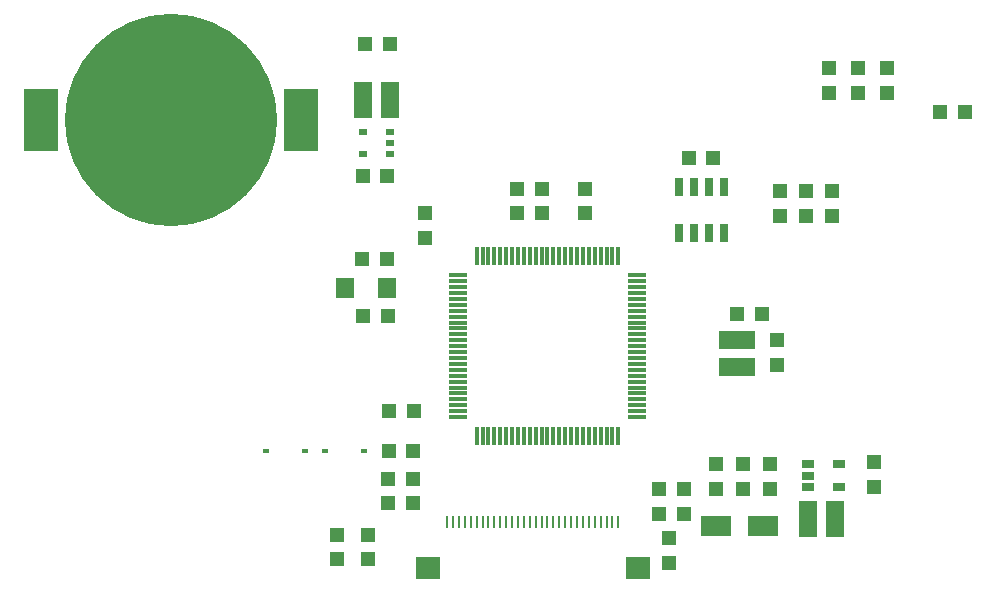
<source format=gbp>
G04 #@! TF.FileFunction,Paste,Bot*
%FSLAX46Y46*%
G04 Gerber Fmt 4.6, Leading zero omitted, Abs format (unit mm)*
G04 Created by KiCad (PCBNEW 4.0.2+dfsg1-stable) date Sat 12 May 2018 07:31:38 PM EDT*
%MOMM*%
G01*
G04 APERTURE LIST*
%ADD10C,0.100000*%
%ADD11R,2.990000X5.280000*%
%ADD12C,17.980000*%
%ADD13R,1.200000X1.200000*%
%ADD14R,1.500000X1.800000*%
%ADD15R,0.590000X0.450000*%
%ADD16R,1.520000X3.050000*%
%ADD17R,3.050000X1.520000*%
%ADD18R,1.600000X0.300000*%
%ADD19R,0.300000X1.600000*%
%ADD20R,1.000000X0.700000*%
%ADD21R,0.700000X0.600000*%
%ADD22R,0.800000X1.600000*%
%ADD23R,2.500000X1.700000*%
%ADD24R,0.250000X1.100000*%
%ADD25R,2.100000X1.900000*%
G04 APERTURE END LIST*
D10*
D11*
X128370000Y-83500000D03*
X106400000Y-83500000D03*
D12*
X117385000Y-83500000D03*
D13*
X133800000Y-77050000D03*
X135900000Y-77050000D03*
X133550000Y-95300000D03*
X135650000Y-95300000D03*
X133650000Y-100100000D03*
X135750000Y-100100000D03*
X168650000Y-104250000D03*
X168650000Y-102150000D03*
X167400000Y-99950000D03*
X165300000Y-99950000D03*
X135700000Y-88200000D03*
X133600000Y-88200000D03*
X148750000Y-89300000D03*
X148750000Y-91400000D03*
X146650000Y-89300000D03*
X146650000Y-91400000D03*
X182500000Y-82850000D03*
X184600000Y-82850000D03*
X152400000Y-89300000D03*
X152400000Y-91400000D03*
X176900000Y-112450000D03*
X176900000Y-114550000D03*
X165800000Y-112650000D03*
X165800000Y-114750000D03*
X158650000Y-116850000D03*
X158650000Y-114750000D03*
X160850000Y-116850000D03*
X160850000Y-114750000D03*
X159550000Y-121000000D03*
X159550000Y-118900000D03*
X135750000Y-115900000D03*
X137850000Y-115900000D03*
X131450000Y-120700000D03*
X131450000Y-118600000D03*
X134050000Y-120700000D03*
X134050000Y-118600000D03*
D14*
X135700000Y-97700000D03*
X132100000Y-97700000D03*
D15*
X128695000Y-111550000D03*
X125405000Y-111550000D03*
X133745000Y-111550000D03*
X130455000Y-111550000D03*
D16*
X135895000Y-81800000D03*
X133605000Y-81800000D03*
X173595000Y-117250000D03*
X171305000Y-117250000D03*
D17*
X165300000Y-102155000D03*
X165300000Y-104445000D03*
D13*
X173100000Y-79100000D03*
X173100000Y-81200000D03*
X137950000Y-108100000D03*
X135850000Y-108100000D03*
X138900000Y-91400000D03*
X138900000Y-93500000D03*
X173350000Y-91650000D03*
X173350000Y-89550000D03*
X171150000Y-91650000D03*
X171150000Y-89550000D03*
X168950000Y-91650000D03*
X168950000Y-89550000D03*
X163500000Y-112650000D03*
X163500000Y-114750000D03*
X168100000Y-114750000D03*
X168100000Y-112650000D03*
X175550000Y-79100000D03*
X175550000Y-81200000D03*
X178000000Y-79100000D03*
X178000000Y-81200000D03*
X135800000Y-111550000D03*
X137900000Y-111550000D03*
X135750000Y-113900000D03*
X137850000Y-113900000D03*
D18*
X156850000Y-96650000D03*
X156850000Y-97150000D03*
X156850000Y-97650000D03*
X156850000Y-98150000D03*
X156850000Y-98650000D03*
X156850000Y-99150000D03*
X156850000Y-99650000D03*
X156850000Y-100150000D03*
X156850000Y-100650000D03*
X156850000Y-101150000D03*
X156850000Y-101650000D03*
X156850000Y-102150000D03*
X156850000Y-102650000D03*
X156850000Y-103150000D03*
X156850000Y-103650000D03*
X156850000Y-104150000D03*
X156850000Y-104650000D03*
X156850000Y-105150000D03*
X156850000Y-105650000D03*
X156850000Y-106150000D03*
X156850000Y-106650000D03*
X156850000Y-107150000D03*
X156850000Y-107650000D03*
X156850000Y-108150000D03*
X156850000Y-108650000D03*
D19*
X155250000Y-110250000D03*
X154750000Y-110250000D03*
X154250000Y-110250000D03*
X153750000Y-110250000D03*
X153250000Y-110250000D03*
X152750000Y-110250000D03*
X152250000Y-110250000D03*
X151750000Y-110250000D03*
X151250000Y-110250000D03*
X150750000Y-110250000D03*
X150250000Y-110250000D03*
X149750000Y-110250000D03*
X149250000Y-110250000D03*
X148750000Y-110250000D03*
X148250000Y-110250000D03*
X147750000Y-110250000D03*
X147250000Y-110250000D03*
X146750000Y-110250000D03*
X146250000Y-110250000D03*
X145750000Y-110250000D03*
X145250000Y-110250000D03*
X144750000Y-110250000D03*
X144250000Y-110250000D03*
X143750000Y-110250000D03*
X143250000Y-110250000D03*
D18*
X141650000Y-108650000D03*
X141650000Y-108150000D03*
X141650000Y-107650000D03*
X141650000Y-107150000D03*
X141650000Y-106650000D03*
X141650000Y-106150000D03*
X141650000Y-105650000D03*
X141650000Y-105150000D03*
X141650000Y-104650000D03*
X141650000Y-104150000D03*
X141650000Y-103650000D03*
X141650000Y-103150000D03*
X141650000Y-102650000D03*
X141650000Y-102150000D03*
X141650000Y-101650000D03*
X141650000Y-101150000D03*
X141650000Y-100650000D03*
X141650000Y-100150000D03*
X141650000Y-99650000D03*
X141650000Y-99150000D03*
X141650000Y-98650000D03*
X141650000Y-98150000D03*
X141650000Y-97650000D03*
X141650000Y-97150000D03*
X141650000Y-96650000D03*
D19*
X143250000Y-95050000D03*
X143750000Y-95050000D03*
X144250000Y-95050000D03*
X144750000Y-95050000D03*
X145250000Y-95050000D03*
X145750000Y-95050000D03*
X146250000Y-95050000D03*
X146750000Y-95050000D03*
X147250000Y-95050000D03*
X147750000Y-95050000D03*
X148250000Y-95050000D03*
X148750000Y-95050000D03*
X149250000Y-95050000D03*
X149750000Y-95050000D03*
X150250000Y-95050000D03*
X150750000Y-95050000D03*
X151250000Y-95050000D03*
X151750000Y-95050000D03*
X152250000Y-95050000D03*
X152750000Y-95050000D03*
X153250000Y-95050000D03*
X153750000Y-95050000D03*
X154250000Y-95050000D03*
X154750000Y-95050000D03*
X155250000Y-95050000D03*
D20*
X171300000Y-112650000D03*
X171300000Y-113600000D03*
X171300000Y-114550000D03*
X173900000Y-112650000D03*
X173900000Y-114550000D03*
D21*
X133600000Y-84500000D03*
X133600000Y-86400000D03*
X135900000Y-86400000D03*
X135900000Y-85450000D03*
X135900000Y-84500000D03*
D13*
X161200000Y-86700000D03*
X163300000Y-86700000D03*
D22*
X160345000Y-93100000D03*
X160345000Y-89200000D03*
X161615000Y-93100000D03*
X161615000Y-89200000D03*
X162885000Y-93100000D03*
X162885000Y-89200000D03*
X164155000Y-93100000D03*
X164155000Y-89200000D03*
D23*
X167500000Y-117900000D03*
X163500000Y-117900000D03*
D24*
X141250000Y-117500000D03*
X141750000Y-117500000D03*
X142250000Y-117500000D03*
X142750000Y-117500000D03*
X143250000Y-117500000D03*
X143750000Y-117500000D03*
X144250000Y-117500000D03*
X144750000Y-117500000D03*
X145250000Y-117500000D03*
X145750000Y-117500000D03*
X146250000Y-117500000D03*
X146750000Y-117500000D03*
X147250000Y-117500000D03*
X147750000Y-117500000D03*
X148250000Y-117500000D03*
X148750000Y-117500000D03*
X149250000Y-117500000D03*
X149750000Y-117500000D03*
X150250000Y-117500000D03*
X150750000Y-117500000D03*
X151250000Y-117500000D03*
X151750000Y-117500000D03*
X152250000Y-117500000D03*
X152750000Y-117500000D03*
X153250000Y-117500000D03*
X153750000Y-117500000D03*
X154250000Y-117500000D03*
X154750000Y-117500000D03*
X140750000Y-117500000D03*
X155250000Y-117500000D03*
D25*
X139100000Y-121400000D03*
X156900000Y-121400000D03*
M02*

</source>
